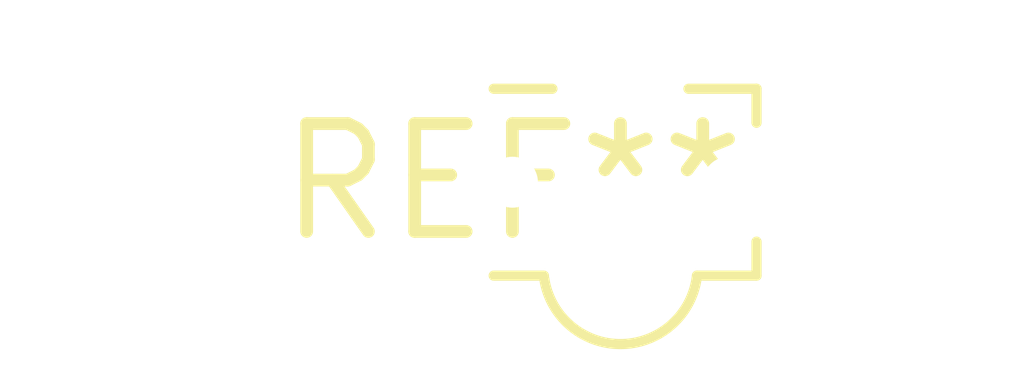
<source format=kicad_pcb>
(kicad_pcb (version 20240108) (generator pcbnew)
  (layers (0 "F.Cu" signal) (31 "B.Cu" signal) (34 "B.Paste" user) (35 "F.Paste" user) (36 "B.SilkS" user "B.Silkscreen") (37 "F.SilkS" user "F.Silkscreen") (38 "B.Mask" user) (39 "F.Mask" user) (44 "Edge.Cuts" user))
  (net 0 "")
  (footprint "Sharp_IS485" (layer "F.Cu") (at 0 0)
    (property "Reference" "REF**")
    (property "Value" "Sharp_IS485")
    (fp_line (start -0.22 1.1) (end 0.37 1.1) (layer "F.SilkS") (stroke (width 0.12)))
    (fp_line (start 0.47 -1.1) (end -0.22 -1.1) (layer "F.SilkS") (stroke (width 0.12)))
    (fp_line (start 2.07 -1.1) (end 2.87 -1.1) (layer "F.SilkS") (stroke (width 0.12)))
    (fp_line (start 2.17 1.1) (end 2.87 1.1) (layer "F.SilkS") (stroke (width 0.12)))
    (fp_line (start 2.87 -0.7) (end 2.87 -1.1) (layer "F.SilkS") (stroke (width 0.12)))
    (fp_line (start 2.87 1.1) (end 2.87 0.7) (layer "F.SilkS") (stroke (width 0.12)))
    (fp_arc (start 2.17 1.1) (mid 1.288329 1.905353) (end 0.374785 1.136345) (layer "F.SilkS") (stroke (width 0.12)))
    (pad "1" thru_hole roundrect (at 0 0) (size 1.2 1.2) (drill 0.6) (layers *.Cu *.Mask) (remove_unused_layers) (roundrect_rratio 0.208))
    (pad "2" thru_hole circle (at 1.27 -1.27) (size 1.2 1.2) (drill 0.6) (layers *.Cu *.Mask) (remove_unused_layers))
    (pad "3" thru_hole circle (at 2.54 0) (size 1.2 1.2) (drill 0.6) (layers *.Cu *.Mask) (remove_unused_layers))
  )
)
</source>
